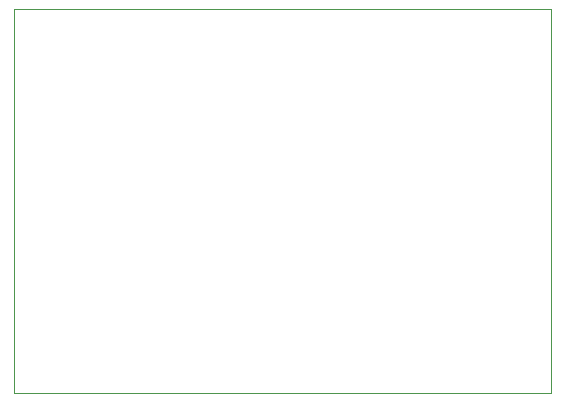
<source format=gbr>
G04 #@! TF.GenerationSoftware,KiCad,Pcbnew,(5.1.7)-1*
G04 #@! TF.CreationDate,2020-12-10T20:25:32+02:00*
G04 #@! TF.ProjectId,gas_sensor,6761735f-7365-46e7-936f-722e6b696361,rev?*
G04 #@! TF.SameCoordinates,Original*
G04 #@! TF.FileFunction,Profile,NP*
%FSLAX46Y46*%
G04 Gerber Fmt 4.6, Leading zero omitted, Abs format (unit mm)*
G04 Created by KiCad (PCBNEW (5.1.7)-1) date 2020-12-10 20:25:32*
%MOMM*%
%LPD*%
G01*
G04 APERTURE LIST*
G04 #@! TA.AperFunction,Profile*
%ADD10C,0.050000*%
G04 #@! TD*
G04 APERTURE END LIST*
D10*
X169500000Y-119500000D02*
X124000000Y-119500000D01*
X124000000Y-87000000D02*
X124000000Y-119500000D01*
X169500000Y-87000000D02*
X124000000Y-87000000D01*
X169500000Y-119500000D02*
X169500000Y-87000000D01*
M02*

</source>
